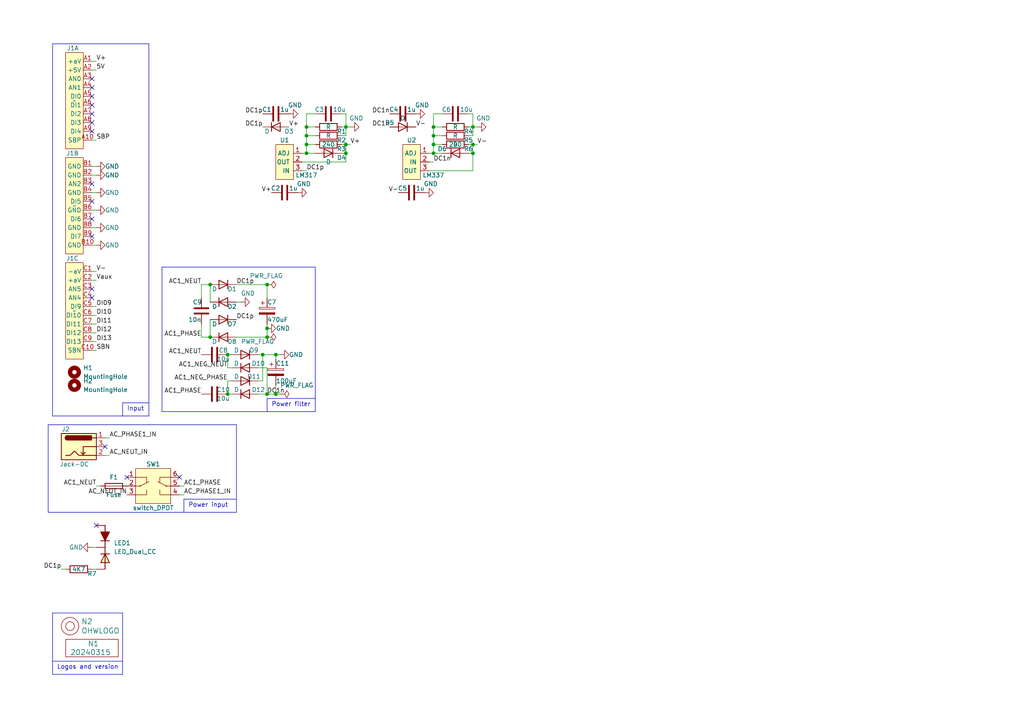
<source format=kicad_sch>
(kicad_sch (version 20230121) (generator eeschema)
  (paper "A4")
  (lib_symbols
    (symbol "Connector:Barrel_Jack_Switch" (pin_names hide)
      (property "Reference" "J" (at 0 5.334 0))
      (property "Value" "Barrel_Jack_Switch" (at 0 -5.08 0))
      (symbol "Barrel_Jack_Switch_0_1"
        (rectangle (start -5.08 3.81) (end 5.08 -3.81) (stroke (width 0.254)) (fill (type background)))
        (arc (start -3.302 3.175) (mid -3.9343 2.54) (end -3.302 1.905) (stroke (width 0.254)))
        (arc (start -3.302 3.175) (mid -3.9343 2.54) (end -3.302 1.905) (stroke (width 0.254)) (fill (type outline)))
        (polyline (pts (xy 1.27 -2.286) (xy 1.905 -1.651)) (stroke (width 0.254)))
        (polyline (pts (xy 5.08 2.54) (xy 3.81 2.54)) (stroke (width 0.254)))
        (polyline (pts (xy 5.08 0) (xy 1.27 0) (xy 1.27 -2.286) (xy 0.635 -1.651)) (stroke (width 0.254)))
        (polyline (pts (xy -3.81 -2.54) (xy -2.54 -2.54) (xy -1.27 -1.27) (xy 0 -2.54) (xy 2.54 -2.54) (xy 5.08 -2.54)) (stroke (width 0.254)))
        (rectangle (start 3.683 3.175) (end -3.302 1.905) (stroke (width 0.254)) (fill (type outline)))
      )
      (symbol "Barrel_Jack_Switch_1_1"
        (pin passive line (at 7.62 2.54 180) (length 2.54) (name "~") (number "1"))
        (pin passive line (at 7.62 -2.54 180) (length 2.54) (name "~") (number "2"))
        (pin passive line (at 7.62 0 180) (length 2.54) (name "~") (number "3"))
      )
    )
    (symbol "Device:C" (pin_numbers hide) (pin_names (offset 0.254))
      (property "Reference" "C" (at 0.635 2.54 0))
      (property "Value" "C" (at 0.635 -2.54 0))
      (symbol "C_0_1"
        (polyline (pts (xy -2.032 -0.762) (xy 2.032 -0.762)) (stroke (width 0.508)))
        (polyline (pts (xy -2.032 0.762) (xy 2.032 0.762)) (stroke (width 0.508)))
      )
      (symbol "C_1_1"
        (pin passive line (at 0 3.81 270) (length 2.794) (name "~") (number "1"))
        (pin passive line (at 0 -3.81 90) (length 2.794) (name "~") (number "2"))
      )
    )
    (symbol "Device:C_Polarized" (pin_numbers hide) (pin_names (offset 0.254))
      (property "Reference" "C" (at 0.635 2.54 0))
      (property "Value" "C_Polarized" (at 0.635 -2.54 0))
      (symbol "C_Polarized_0_1"
        (rectangle (start -2.286 0.508) (end 2.286 1.016))
        (polyline (pts (xy -1.778 2.286) (xy -0.762 2.286)))
        (polyline (pts (xy -1.27 2.794) (xy -1.27 1.778)))
        (rectangle (start 2.286 -0.508) (end -2.286 -1.016) (fill (type outline)))
      )
      (symbol "C_Polarized_1_1"
        (pin passive line (at 0 3.81 270) (length 2.794) (name "~") (number "1"))
        (pin passive line (at 0 -3.81 90) (length 2.794) (name "~") (number "2"))
      )
    )
    (symbol "Device:D" (pin_numbers hide) (pin_names (offset 1.016) hide)
      (property "Reference" "D" (at 0 2.54 0))
      (property "Value" "D" (at 0 -2.54 0))
      (symbol "D_0_1"
        (polyline (pts (xy -1.27 1.27) (xy -1.27 -1.27)) (stroke (width 0.254)))
        (polyline (pts (xy 1.27 0) (xy -1.27 0)))
        (polyline (pts (xy 1.27 1.27) (xy 1.27 -1.27) (xy -1.27 0) (xy 1.27 1.27)) (stroke (width 0.254)))
      )
      (symbol "D_1_1"
        (pin passive line (at -3.81 0 0) (length 2.54) (name "K") (number "1"))
        (pin passive line (at 3.81 0 180) (length 2.54) (name "A") (number "2"))
      )
    )
    (symbol "Device:Fuse" (pin_numbers hide) (pin_names (offset 0))
      (property "Reference" "F" (at 2.032 0 90))
      (property "Value" "Fuse" (at -1.905 0 90))
      (symbol "Fuse_0_1"
        (rectangle (start -0.762 -2.54) (end 0.762 2.54) (stroke (width 0.254)))
        (polyline (pts (xy 0 2.54) (xy 0 -2.54)))
      )
      (symbol "Fuse_1_1"
        (pin passive line (at 0 3.81 270) (length 1.27) (name "~") (number "1"))
        (pin passive line (at 0 -3.81 90) (length 1.27) (name "~") (number "2"))
      )
    )
    (symbol "Device:R" (pin_numbers hide) (pin_names (offset 0))
      (property "Reference" "R" (at 2.032 0 90))
      (property "Value" "R" (at 0 0 90))
      (symbol "R_0_1"
        (rectangle (start -1.016 -2.54) (end 1.016 2.54) (stroke (width 0.254)))
      )
      (symbol "R_1_1"
        (pin passive line (at 0 3.81 270) (length 1.27) (name "~") (number "1"))
        (pin passive line (at 0 -3.81 90) (length 1.27) (name "~") (number "2"))
      )
    )
    (symbol "Mechanical:MountingHole" (pin_names (offset 1.016))
      (property "Reference" "H" (at 0 5.08 0))
      (property "Value" "MountingHole" (at 0 3.175 0))
      (symbol "MountingHole_0_1"
        (circle (center 0 0) (radius 1.27) (stroke (width 1.27)))
      )
    )
    (symbol "SquMes_30pin_1"
      (property "Reference" "J1" (at -1.27 15.24 0))
      (property "Value" "~" (at 0 0 0))
      (symbol "SquMes_30pin_1_1_1"
        (rectangle (start -2.54 13.97) (end 2.54 -13.97) (fill (type background)))
        (pin passive line (at -5.08 11.43 0) (length 2.54) (name "+aV") (number "A1"))
        (pin passive line (at -5.08 -11.43 0) (length 2.54) (name "SBP") (number "A10"))
        (pin passive line (at -5.08 8.89 0) (length 2.54) (name "+5V") (number "A2"))
        (pin passive line (at -5.08 6.35 0) (length 2.54) (name "AN0") (number "A3"))
        (pin passive line (at -5.08 3.81 0) (length 2.54) (name "AN1") (number "A4"))
        (pin passive line (at -5.08 1.27 0) (length 2.54) (name "DI0") (number "A5"))
        (pin passive line (at -5.08 -1.27 0) (length 2.54) (name "DI1") (number "A6"))
        (pin passive line (at -5.08 -3.81 0) (length 2.54) (name "DI2") (number "A7"))
        (pin passive line (at -5.08 -6.35 0) (length 2.54) (name "DI3") (number "A8"))
        (pin passive line (at -5.08 -8.89 0) (length 2.54) (name "DI4") (number "A9"))
      )
      (symbol "SquMes_30pin_1_2_1"
        (rectangle (start -2.54 13.97) (end 2.54 -13.97) (fill (type background)))
        (pin passive line (at -5.08 11.43 0) (length 2.54) (name "GND") (number "B1"))
        (pin passive line (at -5.08 -11.43 0) (length 2.54) (name "GND") (number "B10"))
        (pin passive line (at -5.08 8.89 0) (length 2.54) (name "GND") (number "B2"))
        (pin passive line (at -5.08 6.35 0) (length 2.54) (name "AN2") (number "B3"))
        (pin passive line (at -5.08 3.81 0) (length 2.54) (name "GND") (number "B4"))
        (pin passive line (at -5.08 1.27 0) (length 2.54) (name "DI5") (number "B5"))
        (pin passive line (at -5.08 -1.27 0) (length 2.54) (name "GND") (number "B6"))
        (pin passive line (at -5.08 -3.81 0) (length 2.54) (name "DI6") (number "B7"))
        (pin passive line (at -5.08 -6.35 0) (length 2.54) (name "GND") (number "B8"))
        (pin passive line (at -5.08 -8.89 0) (length 2.54) (name "DI7") (number "B9"))
      )
      (symbol "SquMes_30pin_1_3_1"
        (rectangle (start -2.54 13.97) (end 2.54 -13.97) (fill (type background)))
        (pin passive line (at -5.08 6.35 0) (length 2.54) (name "AN5") (number "+xV"))
        (pin passive line (at -5.08 11.43 0) (length 2.54) (name "-aV") (number "C1"))
        (pin passive line (at -5.08 -11.43 0) (length 2.54) (name "SBN") (number "C10"))
        (pin passive line (at -5.08 8.89 0) (length 2.54) (name "+xV") (number "C2"))
        (pin passive line (at -5.08 3.81 0) (length 2.54) (name "AN4") (number "C4"))
        (pin passive line (at -5.08 1.27 0) (length 2.54) (name "DI9") (number "C5"))
        (pin passive line (at -5.08 -1.27 0) (length 2.54) (name "DI10") (number "C6"))
        (pin passive line (at -5.08 -3.81 0) (length 2.54) (name "DI11") (number "C7"))
        (pin passive line (at -5.08 -6.35 0) (length 2.54) (name "DI12") (number "C8"))
        (pin passive line (at -5.08 -8.89 0) (length 2.54) (name "DI13") (number "C9"))
      )
    )
    (symbol "SquMes_30pin_2"
      (property "Reference" "J" (at 0 15.24 0))
      (symbol "SquMes_30pin_2_1_1"
        (rectangle (start -2.54 13.97) (end 2.54 -13.97) (fill (type background)))
        (pin passive line (at -5.08 11.43 0) (length 2.54) (name "+aV") (number "A1"))
        (pin passive line (at -5.08 -11.43 0) (length 2.54) (name "SBP") (number "A10"))
        (pin passive line (at -5.08 8.89 0) (length 2.54) (name "+5V") (number "A2"))
        (pin passive line (at -5.08 6.35 0) (length 2.54) (name "AN0") (number "A3"))
        (pin passive line (at -5.08 3.81 0) (length 2.54) (name "AN1") (number "A4"))
        (pin passive line (at -5.08 1.27 0) (length 2.54) (name "DI0") (number "A5"))
        (pin passive line (at -5.08 -1.27 0) (length 2.54) (name "DI1") (number "A6"))
        (pin passive line (at -5.08 -3.81 0) (length 2.54) (name "DI2") (number "A7"))
        (pin passive line (at -5.08 -6.35 0) (length 2.54) (name "DI3") (number "A8"))
        (pin passive line (at -5.08 -8.89 0) (length 2.54) (name "DI4") (number "A9"))
      )
      (symbol "SquMes_30pin_2_2_1"
        (rectangle (start -2.54 13.97) (end 2.54 -13.97) (fill (type background)))
        (pin passive line (at -5.08 11.43 0) (length 2.54) (name "GND") (number "B1"))
        (pin passive line (at -5.08 -11.43 0) (length 2.54) (name "GND") (number "B10"))
        (pin passive line (at -5.08 8.89 0) (length 2.54) (name "GND") (number "B2"))
        (pin passive line (at -5.08 6.35 0) (length 2.54) (name "AN2") (number "B3"))
        (pin passive line (at -5.08 3.81 0) (length 2.54) (name "GND") (number "B4"))
        (pin passive line (at -5.08 1.27 0) (length 2.54) (name "DI5") (number "B5"))
        (pin passive line (at -5.08 -1.27 0) (length 2.54) (name "GND") (number "B6"))
        (pin passive line (at -5.08 -3.81 0) (length 2.54) (name "DI6") (number "B7"))
        (pin passive line (at -5.08 -6.35 0) (length 2.54) (name "GND") (number "B8"))
        (pin passive line (at -5.08 -8.89 0) (length 2.54) (name "DI7") (number "B9"))
      )
      (symbol "SquMes_30pin_2_3_1"
        (rectangle (start -2.54 13.97) (end 2.54 -13.97) (fill (type background)))
        (pin passive line (at -5.08 11.43 0) (length 2.54) (name "-aV") (number "C1"))
        (pin passive line (at -5.08 -11.43 0) (length 2.54) (name "SBN") (number "C10"))
        (pin passive line (at -5.08 8.89 0) (length 2.54) (name "+aV") (number "C2"))
        (pin passive line (at -5.08 6.35 0) (length 2.54) (name "AN5") (number "C3"))
        (pin passive line (at -5.08 3.81 0) (length 2.54) (name "AN4") (number "C4"))
        (pin passive line (at -5.08 1.27 0) (length 2.54) (name "DI9") (number "C5"))
        (pin passive line (at -5.08 -1.27 0) (length 2.54) (name "DI10") (number "C6"))
        (pin passive line (at -5.08 -3.81 0) (length 2.54) (name "DI11") (number "C7"))
        (pin passive line (at -5.08 -6.35 0) (length 2.54) (name "DI12") (number "C8"))
        (pin passive line (at -5.08 -8.89 0) (length 2.54) (name "DI13") (number "C9"))
      )
    )
    (symbol "SquantorConnectorsNamed:SquMes_30pin"
      (property "Reference" "J" (at 0 15.24 0))
      (symbol "SquMes_30pin_1_1"
        (rectangle (start -2.54 13.97) (end 2.54 -13.97) (fill (type background)))
        (pin passive line (at -5.08 11.43 0) (length 2.54) (name "+aV") (number "A1"))
        (pin passive line (at -5.08 -11.43 0) (length 2.54) (name "SBP") (number "A10"))
        (pin passive line (at -5.08 8.89 0) (length 2.54) (name "+5V") (number "A2"))
        (pin passive line (at -5.08 6.35 0) (length 2.54) (name "AN0") (number "A3"))
        (pin passive line (at -5.08 3.81 0) (length 2.54) (name "AN1") (number "A4"))
        (pin passive line (at -5.08 1.27 0) (length 2.54) (name "DI0") (number "A5"))
        (pin passive line (at -5.08 -1.27 0) (length 2.54) (name "DI1") (number "A6"))
        (pin passive line (at -5.08 -3.81 0) (length 2.54) (name "DI2") (number "A7"))
        (pin passive line (at -5.08 -6.35 0) (length 2.54) (name "DI3") (number "A8"))
        (pin passive line (at -5.08 -8.89 0) (length 2.54) (name "DI4") (number "A9"))
      )
      (symbol "SquMes_30pin_2_1"
        (rectangle (start -2.54 13.97) (end 2.54 -13.97) (fill (type background)))
        (pin passive line (at -5.08 11.43 0) (length 2.54) (name "GND") (number "B1"))
        (pin passive line (at -5.08 -11.43 0) (length 2.54) (name "GND") (number "B10"))
        (pin passive line (at -5.08 8.89 0) (length 2.54) (name "GND") (number "B2"))
        (pin passive line (at -5.08 6.35 0) (length 2.54) (name "AN2") (number "B3"))
        (pin passive line (at -5.08 3.81 0) (length 2.54) (name "GND") (number "B4"))
        (pin passive line (at -5.08 1.27 0) (length 2.54) (name "DI5") (number "B5"))
        (pin passive line (at -5.08 -1.27 0) (length 2.54) (name "GND") (number "B6"))
        (pin passive line (at -5.08 -3.81 0) (length 2.54) (name "DI6") (number "B7"))
        (pin passive line (at -5.08 -6.35 0) (length 2.54) (name "GND") (number "B8"))
        (pin passive line (at -5.08 -8.89 0) (length 2.54) (name "DI7") (number "B9"))
      )
      (symbol "SquMes_30pin_3_1"
        (rectangle (start -2.54 13.97) (end 2.54 -13.97) (fill (type background)))
        (pin passive line (at -5.08 11.43 0) (length 2.54) (name "-aV") (number "C1"))
        (pin passive line (at -5.08 -11.43 0) (length 2.54) (name "SBN") (number "C10"))
        (pin passive line (at -5.08 8.89 0) (length 2.54) (name "+xV") (number "C2"))
        (pin passive line (at -5.08 6.35 0) (length 2.54) (name "AN5") (number "C3"))
        (pin passive line (at -5.08 3.81 0) (length 2.54) (name "AN4") (number "C4"))
        (pin passive line (at -5.08 1.27 0) (length 2.54) (name "DI9") (number "C5"))
        (pin passive line (at -5.08 -1.27 0) (length 2.54) (name "DI10") (number "C6"))
        (pin passive line (at -5.08 -3.81 0) (length 2.54) (name "DI11") (number "C7"))
        (pin passive line (at -5.08 -6.35 0) (length 2.54) (name "DI12") (number "C8"))
        (pin passive line (at -5.08 -8.89 0) (length 2.54) (name "DI13") (number "C9"))
      )
    )
    (symbol "SquantorDevice:LED_Dual_CC" (pin_numbers hide) (pin_names hide)
      (property "Reference" "LED" (at 0 8.89 0))
      (property "Value" "LED_Dual_CC" (at 0 -8.89 0))
      (symbol "LED_Dual_CC_0_1"
        (polyline (pts (xy -1.27 -1.905) (xy 1.27 -1.905)) (stroke (width 0.254)))
        (polyline (pts (xy -1.27 1.905) (xy 1.27 1.905)) (stroke (width 0.254)))
        (polyline (pts (xy 0 6.35) (xy 0 -6.35)) (stroke (width 0.254)))
        (polyline (pts (xy 0 -1.905) (xy -1.27 -4.445) (xy 1.27 -4.445) (xy 0 -1.905)) (stroke (width 0.254)) (fill (type background)))
        (polyline (pts (xy 0 1.905) (xy 1.27 4.445) (xy -1.27 4.445) (xy 0 1.905)) (stroke (width 0.254)) (fill (type outline)))
      )
      (symbol "LED_Dual_CC_1_1"
        (pin passive line (at -2.54 6.35 0) (length 2.54) (name "A1") (number "1"))
        (pin passive line (at -2.54 0 0) (length 2.54) (name "C") (number "2"))
        (pin passive line (at -2.54 -6.35 0) (length 2.54) (name "A2") (number "3"))
      )
    )
    (symbol "SquantorGenericAnalog:LM317" (pin_names (offset 1.016))
      (property "Reference" "U" (at 0 6.35 0))
      (property "Value" "LM317" (at 0 -6.35 0))
      (symbol "LM317_0_1"
        (polyline (pts (xy -2.54 5.08) (xy -2.54 -5.08) (xy 2.54 -5.08) (xy 2.54 5.08) (xy -2.54 5.08)) (fill (type background)))
      )
      (symbol "LM317_1_1"
        (pin input line (at -5.08 2.54 0) (length 2.54) (name "ADJ") (number "1"))
        (pin power_out line (at -5.08 0 0) (length 2.54) (name "OUT") (number "2"))
        (pin power_in line (at -5.08 -2.54 0) (length 2.54) (name "IN") (number "3"))
      )
    )
    (symbol "SquantorGenericAnalog:LM337" (pin_names (offset 1.016))
      (property "Reference" "U" (at 0 6.35 0))
      (property "Value" "LM337" (at 0 -6.35 0))
      (symbol "LM337_0_1"
        (polyline (pts (xy -2.54 5.08) (xy -2.54 -5.08) (xy 2.54 -5.08) (xy 2.54 5.08) (xy -2.54 5.08)) (fill (type background)))
      )
      (symbol "LM337_1_1"
        (pin input line (at -5.08 2.54 0) (length 2.54) (name "ADJ") (number "1"))
        (pin power_in line (at -5.08 0 0) (length 2.54) (name "IN") (number "2"))
        (pin power_out line (at -5.08 -2.54 0) (length 2.54) (name "OUT") (number "3"))
      )
    )
    (symbol "SquantorLabels:OHWLOGO" (pin_names (offset 1.016))
      (property "Reference" "N" (at 0 3.81 0))
      (property "Value" "OHWLOGO" (at 0 -3.81 0))
      (symbol "OHWLOGO_0_1"
        (circle (center 0 0) (radius 1.27))
        (circle (center 0 0) (radius 2.54))
      )
    )
    (symbol "SquantorLabels:VYYYYMMDD" (pin_names (offset 1.016))
      (property "Reference" "N" (at 0 2.54 0))
      (property "Value" "VYYYYMMDD" (at 0 0 0))
      (symbol "VYYYYMMDD_0_1"
        (rectangle (start 7.62 -1.27) (end -7.62 3.81))
      )
    )
    (symbol "SquantorSwitches:switch_DPDT" (pin_names hide)
      (property "Reference" "SW" (at 0 12.7 0))
      (property "Value" "switch_DPDT" (at 0 -10.795 0))
      (symbol "switch_DPDT_0_1"
        (rectangle (start -5.08 5.08) (end 5.08 -5.08) (fill (type background)))
        (circle (center -3.81 0) (radius 0.127))
        (polyline (pts (xy 4.445 5.08) (xy 4.445 5.08)))
        (polyline (pts (xy -5.08 -2.54) (xy -1.905 -2.54) (xy -1.905 -1.143)))
        (polyline (pts (xy -5.08 0) (xy -3.81 0) (xy -1.27 1.27)))
        (polyline (pts (xy -5.08 2.54) (xy -1.905 2.54) (xy -1.905 1.016)))
        (polyline (pts (xy 5.08 -2.54) (xy 1.905 -2.54) (xy 1.905 -1.143)))
        (polyline (pts (xy 5.08 0) (xy 3.81 0) (xy 1.27 1.27)))
        (polyline (pts (xy 5.08 2.54) (xy 1.905 2.54) (xy 1.905 1.016)))
        (circle (center 3.81 0) (radius 0.127))
        (rectangle (start 5.08 5.08) (end 5.08 5.08) (fill (type background)))
      )
      (symbol "switch_DPDT_1_1"
        (pin passive line (at -7.62 2.54 0) (length 2.54) (name "SW1_P1") (number "1"))
        (pin passive line (at -7.62 0 0) (length 2.54) (name "SW1_C1") (number "2"))
        (pin passive line (at -7.62 -2.54 0) (length 2.54) (name "SW1_P2") (number "3"))
        (pin passive line (at 7.62 -2.54 180) (length 2.54) (name "SW2_P2") (number "4"))
        (pin passive line (at 7.62 0 180) (length 2.54) (name "SW2_C1") (number "5"))
        (pin passive line (at 7.62 2.54 180) (length 2.54) (name "SW2_P2") (number "6"))
      )
    )
    (symbol "power:GND" (power) (pin_names (offset 0))
      (property "Value" "GND" (at 0 -3.81 0))
      (symbol "GND_0_1"
        (polyline (pts (xy 0 0) (xy 0 -1.27) (xy 1.27 -1.27) (xy 0 -2.54) (xy -1.27 -1.27) (xy 0 -1.27)))
      )
      (symbol "GND_1_1"
        (pin power_in line (at 0 0 270) (length 0) hide (name "GND") (number "1"))
      )
    )
    (symbol "power:PWR_FLAG" (power) (pin_numbers hide) (pin_names (offset 0) hide)
      (property "Value" "PWR_FLAG" (at 0 3.81 0))
      (symbol "PWR_FLAG_0_0"
        (pin power_out line (at 0 0 90) (length 0) (name "pwr") (number "1"))
      )
      (symbol "PWR_FLAG_0_1"
        (polyline (pts (xy 0 0) (xy 0 1.27) (xy -1.016 1.905) (xy 0 2.54) (xy 1.016 1.905) (xy 0 1.27)))
      )
    )
  )
  (junction (at 137.16 44.45))
  (junction (at 80.01 114.3))
  (junction (at 77.47 114.3))
  (junction (at 125.73 39.37))
  (junction (at 88.9 44.45))
  (junction (at 125.73 44.45))
  (junction (at 60.96 97.79))
  (junction (at 100.33 36.83))
  (junction (at 60.96 82.55))
  (junction (at 125.73 41.91))
  (junction (at 88.9 39.37))
  (junction (at 80.01 102.87))
  (junction (at 77.47 95.25))
  (junction (at 77.47 82.55))
  (junction (at 100.33 41.91))
  (junction (at 125.73 36.83))
  (junction (at 76.2 102.87))
  (junction (at 77.47 97.79))
  (junction (at 100.33 44.45))
  (junction (at 66.04 114.3))
  (junction (at 88.9 36.83))
  (junction (at 66.04 102.87))
  (junction (at 137.16 36.83))
  (junction (at 88.9 41.91))
  (junction (at 137.16 41.91))
  (no_connect (at 26.67 25.4))
  (no_connect (at 26.67 83.82))
  (no_connect (at 27.94 152.4))
  (no_connect (at 26.67 58.42))
  (no_connect (at 26.67 27.94))
  (no_connect (at 52.07 138.43))
  (no_connect (at 26.67 63.5))
  (no_connect (at 26.67 33.02))
  (no_connect (at 26.67 22.86))
  (no_connect (at 30.48 129.54))
  (no_connect (at 26.67 38.1))
  (no_connect (at 26.67 86.36))
  (no_connect (at 26.67 35.56))
  (no_connect (at 26.67 68.58))
  (no_connect (at 26.67 53.34))
  (no_connect (at 26.67 30.48))
  (no_connect (at 36.83 138.43))
  (wire (pts (xy 68.58 82.55) (xy 77.47 82.55)))
  (wire (pts (xy 58.42 93.98) (xy 58.42 97.79)))
  (wire (pts (xy 100.33 33.02) (xy 99.06 33.02)))
  (wire (pts (xy 80.01 114.3) (xy 77.47 114.3)))
  (wire (pts (xy 100.33 36.83) (xy 101.6 36.83)))
  (wire (pts (xy 87.63 46.99) (xy 100.33 46.99)))
  (wire (pts (xy 66.04 106.68) (xy 66.04 102.87)))
  (wire (pts (xy 99.06 39.37) (xy 100.33 39.37)))
  (wire (pts (xy 88.9 39.37) (xy 88.9 41.91)))
  (wire (pts (xy 26.67 81.28) (xy 27.94 81.28)))
  (wire (pts (xy 52.07 140.97) (xy 53.34 140.97)))
  (wire (pts (xy 125.73 41.91) (xy 128.27 41.91)))
  (wire (pts (xy 88.9 39.37) (xy 91.44 39.37)))
  (wire (pts (xy 125.73 44.45) (xy 125.73 41.91)))
  (wire (pts (xy 26.67 66.04) (xy 27.94 66.04)))
  (wire (pts (xy 74.93 106.68) (xy 77.47 106.68)))
  (wire (pts (xy 137.16 44.45) (xy 137.16 41.91)))
  (polyline (pts (xy 15.24 177.8) (xy 15.24 195.58)))
  (wire (pts (xy 68.58 97.79) (xy 77.47 97.79)))
  (wire (pts (xy 135.89 41.91) (xy 137.16 41.91)))
  (wire (pts (xy 77.47 106.68) (xy 77.47 114.3)))
  (polyline (pts (xy 35.56 177.8) (xy 15.24 177.8)))
  (wire (pts (xy 26.67 101.6) (xy 27.94 101.6)))
  (wire (pts (xy 77.47 86.36) (xy 77.47 82.55)))
  (wire (pts (xy 26.67 48.26) (xy 27.94 48.26)))
  (wire (pts (xy 125.73 33.02) (xy 125.73 36.83)))
  (polyline (pts (xy 77.47 115.57) (xy 77.47 119.38)))
  (wire (pts (xy 26.67 20.32) (xy 27.94 20.32)))
  (wire (pts (xy 30.48 127) (xy 31.75 127)))
  (wire (pts (xy 100.33 44.45) (xy 100.33 46.99)))
  (wire (pts (xy 17.78 165.1) (xy 19.05 165.1)))
  (wire (pts (xy 80.01 102.87) (xy 81.28 102.87)))
  (wire (pts (xy 135.89 39.37) (xy 137.16 39.37)))
  (wire (pts (xy 80.01 102.87) (xy 80.01 104.14)))
  (polyline (pts (xy 15.24 12.7) (xy 43.18 12.7)))
  (wire (pts (xy 52.07 143.51) (xy 53.34 143.51)))
  (wire (pts (xy 124.46 49.53) (xy 137.16 49.53)))
  (wire (pts (xy 29.21 140.97) (xy 27.94 140.97)))
  (wire (pts (xy 76.2 102.87) (xy 76.2 110.49)))
  (wire (pts (xy 87.63 49.53) (xy 88.9 49.53)))
  (polyline (pts (xy 68.58 144.78) (xy 53.34 144.78)))
  (polyline (pts (xy 68.58 123.19) (xy 13.97 123.19)))
  (polyline (pts (xy 43.18 120.65) (xy 15.24 120.65)))
  (wire (pts (xy 60.96 92.71) (xy 60.96 97.79)))
  (wire (pts (xy 125.73 36.83) (xy 125.73 39.37)))
  (wire (pts (xy 100.33 36.83) (xy 100.33 33.02)))
  (wire (pts (xy 88.9 44.45) (xy 88.9 41.91)))
  (polyline (pts (xy 43.18 116.84) (xy 35.56 116.84)))
  (wire (pts (xy 68.58 87.63) (xy 69.85 87.63)))
  (wire (pts (xy 137.16 33.02) (xy 135.89 33.02)))
  (polyline (pts (xy 46.99 119.38) (xy 91.44 119.38)))
  (wire (pts (xy 58.42 82.55) (xy 60.96 82.55)))
  (wire (pts (xy 74.93 110.49) (xy 76.2 110.49)))
  (wire (pts (xy 99.06 44.45) (xy 100.33 44.45)))
  (polyline (pts (xy 46.99 90.17) (xy 46.99 119.38)))
  (wire (pts (xy 137.16 41.91) (xy 138.43 41.91)))
  (wire (pts (xy 26.67 55.88) (xy 27.94 55.88)))
  (polyline (pts (xy 91.44 115.57) (xy 77.47 115.57)))
  (polyline (pts (xy 91.44 77.47) (xy 46.99 77.47)))
  (wire (pts (xy 30.48 132.08) (xy 31.75 132.08)))
  (polyline (pts (xy 13.97 123.19) (xy 13.97 148.59)))
  (wire (pts (xy 26.67 99.06) (xy 27.94 99.06)))
  (wire (pts (xy 74.93 102.87) (xy 76.2 102.87)))
  (wire (pts (xy 58.42 97.79) (xy 60.96 97.79)))
  (wire (pts (xy 124.46 44.45) (xy 125.73 44.45)))
  (wire (pts (xy 88.9 33.02) (xy 88.9 36.83)))
  (wire (pts (xy 100.33 44.45) (xy 100.33 41.91)))
  (wire (pts (xy 135.89 44.45) (xy 137.16 44.45)))
  (wire (pts (xy 99.06 41.91) (xy 100.33 41.91)))
  (wire (pts (xy 26.67 165.1) (xy 27.94 165.1)))
  (wire (pts (xy 26.67 96.52) (xy 27.94 96.52)))
  (wire (pts (xy 26.67 17.78) (xy 27.94 17.78)))
  (wire (pts (xy 26.67 78.74) (xy 27.94 78.74)))
  (wire (pts (xy 74.93 114.3) (xy 77.47 114.3)))
  (wire (pts (xy 66.04 110.49) (xy 66.04 114.3)))
  (wire (pts (xy 77.47 95.25) (xy 77.47 97.79)))
  (wire (pts (xy 26.67 60.96) (xy 27.94 60.96)))
  (wire (pts (xy 124.46 46.99) (xy 125.73 46.99)))
  (wire (pts (xy 26.67 158.75) (xy 27.94 158.75)))
  (wire (pts (xy 125.73 39.37) (xy 128.27 39.37)))
  (wire (pts (xy 100.33 41.91) (xy 101.6 41.91)))
  (wire (pts (xy 87.63 44.45) (xy 88.9 44.45)))
  (wire (pts (xy 91.44 44.45) (xy 88.9 44.45)))
  (wire (pts (xy 137.16 36.83) (xy 138.43 36.83)))
  (wire (pts (xy 128.27 33.02) (xy 125.73 33.02)))
  (wire (pts (xy 77.47 93.98) (xy 77.47 95.25)))
  (wire (pts (xy 137.16 39.37) (xy 137.16 36.83)))
  (polyline (pts (xy 46.99 77.47) (xy 46.99 90.17)))
  (wire (pts (xy 26.67 88.9) (xy 27.94 88.9)))
  (wire (pts (xy 137.16 44.45) (xy 137.16 49.53)))
  (wire (pts (xy 80.01 111.76) (xy 80.01 114.3)))
  (wire (pts (xy 60.96 82.55) (xy 60.96 87.63)))
  (polyline (pts (xy 35.56 195.58) (xy 35.56 177.8)))
  (polyline (pts (xy 15.24 195.58) (xy 35.56 195.58)))
  (polyline (pts (xy 68.58 148.59) (xy 68.58 123.19)))
  (wire (pts (xy 26.67 71.12) (xy 27.94 71.12)))
  (polyline (pts (xy 13.97 148.59) (xy 68.58 148.59)))
  (polyline (pts (xy 35.56 116.84) (xy 35.56 120.65)))
  (wire (pts (xy 26.67 40.64) (xy 27.94 40.64)))
  (polyline (pts (xy 15.24 12.7) (xy 15.24 120.65)))
  (wire (pts (xy 137.16 36.83) (xy 137.16 33.02)))
  (polyline (pts (xy 43.18 12.7) (xy 43.18 120.65)))
  (wire (pts (xy 67.31 110.49) (xy 66.04 110.49)))
  (wire (pts (xy 125.73 39.37) (xy 125.73 41.91)))
  (wire (pts (xy 88.9 41.91) (xy 91.44 41.91)))
  (wire (pts (xy 135.89 36.83) (xy 137.16 36.83)))
  (wire (pts (xy 128.27 36.83) (xy 125.73 36.83)))
  (wire (pts (xy 88.9 36.83) (xy 88.9 39.37)))
  (wire (pts (xy 100.33 39.37) (xy 100.33 36.83)))
  (polyline (pts (xy 53.34 144.78) (xy 53.34 148.59)))
  (wire (pts (xy 26.67 50.8) (xy 27.94 50.8)))
  (wire (pts (xy 26.67 91.44) (xy 27.94 91.44)))
  (wire (pts (xy 128.27 44.45) (xy 125.73 44.45)))
  (wire (pts (xy 66.04 114.3) (xy 67.31 114.3)))
  (wire (pts (xy 99.06 36.83) (xy 100.33 36.83)))
  (wire (pts (xy 66.04 102.87) (xy 67.31 102.87)))
  (wire (pts (xy 81.28 114.3) (xy 80.01 114.3)))
  (wire (pts (xy 91.44 36.83) (xy 88.9 36.83)))
  (wire (pts (xy 91.44 33.02) (xy 88.9 33.02)))
  (polyline (pts (xy 15.24 191.77) (xy 35.56 191.77)))
  (polyline (pts (xy 91.44 119.38) (xy 91.44 77.47)))
  (wire (pts (xy 67.31 106.68) (xy 66.04 106.68)))
  (wire (pts (xy 76.2 102.87) (xy 80.01 102.87)))
  (wire (pts (xy 58.42 82.55) (xy 58.42 86.36)))
  (wire (pts (xy 26.67 93.98) (xy 27.94 93.98)))
  (text "Input" (at 36.83 119.38 0) (effects (font (size 1.27 1.27)) (justify left bottom)))
  (text "Logos and version" (at 16.51 194.31 0) (effects (font (size 1.27 1.27)) (justify left bottom)))
  (text "Power filter" (at 78.74 118.11 0) (effects (font (size 1.27 1.27)) (justify left bottom)))
  (text "Power input" (at 54.61 147.32 0) (effects (font (size 1.27 1.27)) (justify left bottom)))
  (label "DI10" (at 27.94 91.44 0))
  (label "DC1p" (at 68.58 82.55 0))
  (label "SBP" (at 27.94 40.64 0))
  (label "DC1n" (at 77.47 114.3 0))
  (label "DC1p" (at 76.2 36.83 180))
  (label "V+" (at 101.6 41.91 0))
  (label "AC_NEUT_IN" (at 36.83 143.51 180))
  (label "AC1_NEG_NEUT" (at 66.04 106.68 180))
  (label "DC1n" (at 113.03 33.02 180))
  (label "DI11" (at 27.94 93.98 0))
  (label "SBN" (at 27.94 101.6 0))
  (label "AC1_NEG_PHASE" (at 66.04 110.49 180))
  (label "DC1n" (at 125.73 46.99 0))
  (label "DC1p" (at 88.9 49.53 0))
  (label "DI13" (at 27.94 99.06 0))
  (label "V-" (at 120.65 36.83 0))
  (label "AC_NEUT_IN" (at 31.75 132.08 0))
  (label "DI12" (at 27.94 96.52 0))
  (label "AC_PHASE1_IN" (at 31.75 127 0))
  (label "V-" (at 115.57 55.88 180))
  (label "V-" (at 138.43 41.91 0))
  (label "AC1_PHASE" (at 58.42 97.79 180))
  (label "DC1n" (at 113.03 36.83 180))
  (label "AC1_NEUT" (at 58.42 102.87 180))
  (label "AC1_NEUT" (at 58.42 82.55 180))
  (label "5V" (at 27.94 20.32 0))
  (label "V-" (at 27.94 78.74 0))
  (label "Vaux" (at 27.94 81.28 0))
  (label "DC1p" (at 76.2 33.02 180))
  (label "DI09" (at 27.94 88.9 0))
  (label "AC1_PHASE" (at 58.42 114.3 180))
  (label "AC1_NEUT" (at 27.94 140.97 180))
  (label "DC1p" (at 17.78 165.1 180))
  (label "V+" (at 78.74 55.88 180))
  (label "DC1p" (at 68.58 92.71 0))
  (label "AC1_PHASE" (at 53.34 140.97 0))
  (label "V+" (at 27.94 17.78 0))
  (label "V+" (at 83.82 36.83 0))
  (label "AC_PHASE1_IN" (at 53.34 143.51 0))
  (symbol (lib_id "SquantorLabels:VYYYYMMDD") (at 26.67 189.23 0) (unit 1)
    (property "Reference" "N1" (at 25.4 186.69 0) (effects (font (size 1.524 1.524)) (justify left)))
    (property "Value" "20240315" (at 20.32 189.23 0) (effects (font (size 1.524 1.524)) (justify left)))
    (property "Footprint" "SquantorLabels:Label_Generic" (effects hide))
  )
  (symbol (lib_id "SquantorLabels:OHWLOGO") (at 20.32 181.61 0) (unit 1)
    (property "Reference" "N2" (at 23.5712 180.2638 0) (effects (font (size 1.524 1.524)) (justify left)))
    (property "Value" "OHWLOGO" (at 23.5712 182.9562 0) (effects (font (size 1.524 1.524)) (justify left)))
    (property "Footprint" "Symbol:OSHW-Symbol_6.7x6mm_SilkScreen" (effects hide))
  )
  (symbol (lib_id "Device:D") (at 64.77 92.71 180) (unit 1)
    (property "Reference" "D7" (at 67.31 93.98 0))
    (property "Value" "D" (at 62.23 93.98 0))
    (property "Footprint" "SquantorDiodes:SOD-123F-hand" (effects hide))
    (property "Sim.Device" "D" (effects hide))
    (property "Sim.Pins" "1=K 2=A" (effects hide))
  )
  (symbol (lib_id "Device:R") (at 132.08 39.37 90) (unit 1)
    (property "Reference" "R5" (at 135.89 40.64 90))
    (property "Value" "R" (at 132.08 39.37 90))
    (property "Footprint" "SquantorResistor:R_0805+0603" (effects hide))
  )
  (symbol (lib_id "Device:D") (at 64.77 87.63 0) (unit 1)
    (property "Reference" "D2" (at 67.31 88.9 0))
    (property "Value" "D" (at 62.23 88.9 0))
    (property "Footprint" "SquantorDiodes:SOD-123F-hand" (effects hide))
    (property "Sim.Device" "D" (effects hide))
    (property "Sim.Pins" "1=K 2=A" (effects hide))
  )
  (symbol (lib_id "power:PWR_FLAG") (at 81.28 114.3 270) (unit 1)
    (property "Reference" "#FLG03" (effects hide))
    (property "Value" "PWR_FLAG" (at 81.28 111.76 90) (effects (justify left)))
  )
  (symbol (lib_id "Device:C") (at 80.01 33.02 90) (unit 1)
    (property "Reference" "C1" (at 78.74 31.75 90) (effects (justify left)))
    (property "Value" "1u" (at 83.82 31.75 90) (effects (justify left)))
    (property "Footprint" "SquantorCapacitor:C_0805+0603" (effects hide))
  )
  (symbol (lib_id "Device:R") (at 95.25 41.91 90) (unit 1)
    (property "Reference" "R3" (at 99.06 43.18 90))
    (property "Value" "240" (at 95.25 41.91 90))
    (property "Footprint" "SquantorResistor:R_0805+0603" (effects hide))
  )
  (symbol (lib_id "power:GND") (at 86.36 55.88 90) (unit 1)
    (property "Reference" "#PWR09" (effects hide))
    (property "Value" "GND" (at 90.17 53.34 90) (effects (justify left)))
  )
  (symbol (lib_id "Device:C") (at 119.38 55.88 90) (unit 1)
    (property "Reference" "C5" (at 118.11 54.61 90) (effects (justify left)))
    (property "Value" "1u" (at 123.19 54.61 90) (effects (justify left)))
    (property "Footprint" "SquantorCapacitor:C_0805+0603" (effects hide))
  )
  (symbol (lib_id "Device:C") (at 95.25 33.02 90) (unit 1)
    (property "Reference" "C3" (at 93.98 31.75 90) (effects (justify left)))
    (property "Value" "10u" (at 100.33 31.75 90) (effects (justify left)))
    (property "Footprint" "SquantorCapacitor:C_0805+0603" (effects hide))
  )
  (symbol (lib_id "Device:D") (at 64.77 82.55 180) (unit 1)
    (property "Reference" "D1" (at 67.31 83.82 0))
    (property "Value" "D" (at 62.23 83.82 0))
    (property "Footprint" "SquantorDiodes:SOD-123F-hand" (effects hide))
    (property "Sim.Device" "D" (effects hide))
    (property "Sim.Pins" "1=K 2=A" (effects hide))
  )
  (symbol (lib_id "SquantorConnectorsNamed:SquMes_30pin") (at 21.59 29.21 0) (mirror y) (unit 1)
    (property "Reference" "J1" (at 22.86 13.97 0) (effects (justify left)))
    (property "Value" "~" (at 21.59 29.21 0))
    (property "Footprint" "SquantorConnectors:DIN41612_C3_3x10_Male_Horizontal_THT" (effects hide))
  )
  (symbol (lib_id "power:GND") (at 69.85 87.63 90) (mirror x) (unit 1)
    (property "Reference" "#PWR07" (effects hide))
    (property "Value" "GND" (at 69.85 85.09 90) (effects (justify right)))
  )
  (symbol (lib_id "power:PWR_FLAG") (at 77.47 97.79 270) (unit 1)
    (property "Reference" "#FLG02" (effects hide))
    (property "Value" "PWR_FLAG" (at 69.85 99.06 90) (effects (justify left)))
  )
  (symbol (lib_id "power:GND") (at 101.6 36.83 90) (unit 1)
    (property "Reference" "#PWR010" (effects hide))
    (property "Value" "GND" (at 105.41 34.29 90) (effects (justify left)))
  )
  (symbol (lib_id "power:GND") (at 27.94 48.26 90) (unit 1)
    (property "Reference" "#PWR01" (effects hide))
    (property "Value" "GND" (at 30.48 48.26 90) (effects (justify right)))
  )
  (symbol (lib_id "power:GND") (at 83.82 33.02 90) (unit 1)
    (property "Reference" "#PWR08" (effects hide))
    (property "Value" "GND" (at 87.63 30.48 90) (effects (justify left)))
  )
  (symbol (lib_id "power:GND") (at 27.94 50.8 90) (unit 1)
    (property "Reference" "#PWR02" (effects hide))
    (property "Value" "GND" (at 30.48 50.8 90) (effects (justify right)))
  )
  (symbol (lib_id "Device:R") (at 132.08 36.83 90) (unit 1)
    (property "Reference" "R4" (at 135.89 38.1 90))
    (property "Value" "R" (at 132.08 36.83 90))
    (property "Footprint" "SquantorResistor:R_0805+0603" (effects hide))
  )
  (symbol (lib_id "Device:D") (at 71.12 114.3 0) (unit 1)
    (property "Reference" "D12" (at 74.93 113.03 0))
    (property "Value" "D" (at 68.58 113.03 0))
    (property "Footprint" "SquantorDiodes:SOD-323-nexperia-hand" (effects hide))
    (property "Sim.Device" "D" (effects hide))
    (property "Sim.Pins" "1=K 2=A" (effects hide))
  )
  (symbol (lib_id "Device:D") (at 132.08 44.45 0) (unit 1)
    (property "Reference" "D6" (at 128.27 43.18 0))
    (property "Value" "D" (at 132.08 41.91 0))
    (property "Footprint" "SquantorDiodes:SOD-323-nexperia-hand" (effects hide))
    (property "Sim.Device" "D" (effects hide))
    (property "Sim.Pins" "1=K 2=A" (effects hide))
  )
  (symbol (lib_id "SquantorDevice:LED_Dual_CC") (at 30.48 158.75 0) (unit 1)
    (property "Reference" "LED1" (at 33.02 157.48 0) (effects (justify left)))
    (property "Value" "LED_Dual_CC" (at 33.02 160.02 0) (effects (justify left)))
    (property "Footprint" "SquantorDiodes:LED_DUAL_TH245_90deg" (effects hide))
  )
  (symbol (lib_id "Device:D") (at 80.01 36.83 0) (unit 1)
    (property "Reference" "D3" (at 83.82 38.1 0))
    (property "Value" "D" (at 77.47 38.1 0))
    (property "Footprint" "SquantorDiodes:SOD-123F-hand" (effects hide))
    (property "Sim.Device" "D" (effects hide))
    (property "Sim.Pins" "1=K 2=A" (effects hide))
  )
  (symbol (lib_id "Device:R") (at 22.86 165.1 90) (unit 1)
    (property "Reference" "R7" (at 26.67 166.37 90))
    (property "Value" "4K7" (at 22.86 165.1 90))
    (property "Footprint" "SquantorResistor:R_0805+0603" (effects hide))
  )
  (symbol (lib_id "Device:R") (at 95.25 39.37 90) (unit 1)
    (property "Reference" "R2" (at 99.06 40.64 90))
    (property "Value" "R" (at 95.25 39.37 90))
    (property "Footprint" "SquantorResistor:R_0805+0603" (effects hide))
  )
  (symbol (lib_id "SquantorGenericAnalog:LM337") (at 119.38 46.99 0) (mirror y) (unit 1)
    (property "Reference" "U2" (at 119.38 40.64 0))
    (property "Value" "LM337" (at 125.73 50.8 0))
    (property "Footprint" "SquantorIC:TO-252_D-PAK_IRF" (effects hide))
  )
  (symbol (lib_id "Device:C_Polarized") (at 80.01 107.95 0) (unit 1)
    (property "Reference" "C11" (at 80.01 105.41 0) (effects (justify left)))
    (property "Value" "100uF" (at 80.01 110.49 0) (effects (justify left)))
    (property "Footprint" "SquantorCapacitor:C-035-100-elco" (effects hide))
  )
  (symbol (lib_id "power:GND") (at 27.94 71.12 90) (unit 1)
    (property "Reference" "#PWR06" (effects hide))
    (property "Value" "GND" (at 30.48 71.12 90) (effects (justify right)))
  )
  (symbol (lib_id "power:GND") (at 27.94 66.04 90) (unit 1)
    (property "Reference" "#PWR05" (effects hide))
    (property "Value" "GND" (at 30.48 66.04 90) (effects (justify right)))
  )
  (symbol (lib_id "Device:D") (at 71.12 102.87 180) (unit 1)
    (property "Reference" "D9" (at 73.66 101.6 0))
    (property "Value" "D" (at 68.58 101.6 0))
    (property "Footprint" "SquantorDiodes:SOD-323-nexperia-hand" (effects hide))
    (property "Sim.Device" "D" (effects hide))
    (property "Sim.Pins" "1=K 2=A" (effects hide))
  )
  (symbol (lib_id "power:PWR_FLAG") (at 77.47 82.55 270) (unit 1)
    (property "Reference" "#FLG01" (effects hide))
    (property "Value" "PWR_FLAG" (at 72.39 80.01 90) (effects (justify left)))
  )
  (symbol (lib_id "Device:C_Polarized") (at 77.47 90.17 0) (unit 1)
    (property "Reference" "C7" (at 77.47 87.63 0) (effects (justify left)))
    (property "Value" "470uF" (at 77.47 92.71 0) (effects (justify left)))
    (property "Footprint" "SquantorCapacitor:C-050-100-elco-lying" (effects hide))
  )
  (symbol (lib_id "power:GND") (at 81.28 102.87 90) (mirror x) (unit 1)
    (property "Reference" "#PWR015" (effects hide))
    (property "Value" "GND" (at 83.82 102.87 90) (effects (justify right)))
  )
  (symbol (lib_id "power:GND") (at 27.94 60.96 90) (unit 1)
    (property "Reference" "#PWR04" (effects hide))
    (property "Value" "GND" (at 30.48 60.96 90) (effects (justify right)))
  )
  (symbol (lib_id "SquantorSwitches:switch_DPDT") (at 44.45 140.97 0) (unit 1)
    (property "Reference" "SW1" (at 44.45 134.62 0))
    (property "Value" "switch_DPDT" (at 44.45 147.32 0))
    (property "Footprint" "SquantorSwitches:PS-22F02" (effects hide))
  )
  (symbol (lib_id "Device:R") (at 132.08 41.91 90) (unit 1)
    (property "Reference" "R6" (at 135.89 43.18 90))
    (property "Value" "240" (at 132.08 41.91 90))
    (property "Footprint" "SquantorResistor:R_0805+0603" (effects hide))
  )
  (symbol (lib_id "Device:D") (at 116.84 36.83 180) (unit 1)
    (property "Reference" "D5" (at 113.03 35.56 0))
    (property "Value" "D" (at 116.84 34.29 0))
    (property "Footprint" "SquantorDiodes:SOD-123F-hand" (effects hide))
    (property "Sim.Device" "D" (effects hide))
    (property "Sim.Pins" "1=K 2=A" (effects hide))
  )
  (symbol (lib_id "Device:C") (at 62.23 102.87 90) (unit 1)
    (property "Reference" "C8" (at 64.77 101.6 90))
    (property "Value" "10u" (at 64.77 104.14 90))
    (property "Footprint" "SquantorCapacitor:C_1206_0805" (effects hide))
  )
  (symbol (lib_id "Device:D") (at 71.12 110.49 180) (unit 1)
    (property "Reference" "D11" (at 73.66 109.22 0))
    (property "Value" "D" (at 68.58 109.22 0))
    (property "Footprint" "SquantorDiodes:SOD-323-nexperia-hand" (effects hide))
    (property "Sim.Device" "D" (effects hide))
    (property "Sim.Pins" "1=K 2=A" (effects hide))
  )
  (symbol (lib_id "Mechanical:MountingHole") (at 21.59 107.95 0) (unit 1)
    (property "Reference" "H1" (at 24.13 106.68 0) (effects (justify left)))
    (property "Value" "MountingHole" (at 24.13 109.22 0) (effects (justify left)))
    (property "Footprint" "MountingHole:MountingHole_2.7mm_M2.5_Pad" (effects hide))
  )
  (symbol (lib_id "Device:C") (at 116.84 33.02 90) (unit 1)
    (property "Reference" "C4" (at 115.57 31.75 90) (effects (justify left)))
    (property "Value" "1u" (at 120.65 31.75 90) (effects (justify left)))
    (property "Footprint" "SquantorCapacitor:C_0805+0603" (effects hide))
  )
  (symbol (lib_id "Device:C") (at 82.55 55.88 90) (unit 1)
    (property "Reference" "C2" (at 81.28 54.61 90) (effects (justify left)))
    (property "Value" "1u" (at 86.36 54.61 90) (effects (justify left)))
    (property "Footprint" "SquantorCapacitor:C_0805+0603" (effects hide))
  )
  (symbol (lib_id "SquantorGenericAnalog:LM317") (at 82.55 46.99 0) (mirror y) (unit 1)
    (property "Reference" "U1" (at 82.55 40.64 0))
    (property "Value" "LM317" (at 88.9 50.8 0))
    (property "Footprint" "SquantorIC:TO-252_D-PAK_IRF" (effects hide))
  )
  (symbol (lib_id "power:GND") (at 138.43 36.83 90) (unit 1)
    (property "Reference" "#PWR013" (effects hide))
    (property "Value" "GND" (at 142.24 34.29 90) (effects (justify left)))
  )
  (symbol (lib_id "Device:D") (at 71.12 106.68 0) (unit 1)
    (property "Reference" "D10" (at 74.93 105.41 0))
    (property "Value" "D" (at 68.58 105.41 0))
    (property "Footprint" "SquantorDiodes:SOD-323-nexperia-hand" (effects hide))
    (property "Sim.Device" "D" (effects hide))
    (property "Sim.Pins" "1=K 2=A" (effects hide))
  )
  (symbol (lib_id "Mechanical:MountingHole") (at 21.59 111.76 0) (unit 1)
    (property "Reference" "H2" (at 24.13 110.49 0) (effects (justify left)))
    (property "Value" "MountingHole" (at 24.13 113.03 0) (effects (justify left)))
    (property "Footprint" "MountingHole:MountingHole_2.7mm_M2.5_Pad" (effects hide))
  )
  (symbol (lib_id "Device:C") (at 62.23 114.3 90) (unit 1)
    (property "Reference" "C10" (at 64.77 113.03 90))
    (property "Value" "10u" (at 64.77 115.57 90))
    (property "Footprint" "SquantorCapacitor:C_1206_0805" (effects hide))
  )
  (symbol (lib_id "power:GND") (at 26.67 158.75 270) (mirror x) (unit 1)
    (property "Reference" "#PWR016" (effects hide))
    (property "Value" "GND" (at 24.13 158.75 90) (effects (justify right)))
  )
  (symbol (lib_id "power:GND") (at 27.94 55.88 90) (unit 1)
    (property "Reference" "#PWR03" (effects hide))
    (property "Value" "GND" (at 30.48 55.88 90) (effects (justify right)))
  )
  (symbol (lib_id "Device:R") (at 95.25 36.83 90) (unit 1)
    (property "Reference" "R1" (at 99.06 38.1 90))
    (property "Value" "R" (at 95.25 36.83 90))
    (property "Footprint" "SquantorResistor:R_0805+0603" (effects hide))
  )
  (symbol (lib_id "Device:C") (at 58.42 90.17 0) (unit 1)
    (property "Reference" "C9" (at 55.88 87.63 0) (effects (justify left)))
    (property "Value" "10n" (at 54.61 92.71 0) (effects (justify left)))
    (property "Footprint" "SquantorCapacitor:C_0805+0603" (effects hide))
  )
  (symbol (lib_id "power:GND") (at 120.65 33.02 90) (unit 1)
    (property "Reference" "#PWR011" (effects hide))
    (property "Value" "GND" (at 124.46 30.48 90) (effects (justify left)))
  )
  (symbol (lib_id "Device:D") (at 95.25 44.45 180) (unit 1)
    (property "Reference" "D4" (at 99.06 45.72 0))
    (property "Value" "D" (at 95.25 46.99 0))
    (property "Footprint" "SquantorDiodes:SOD-323-nexperia-hand" (effects hide))
    (property "Sim.Device" "D" (effects hide))
    (property "Sim.Pins" "1=K 2=A" (effects hide))
  )
  (symbol (lib_name "SquMes_30pin_1") (lib_id "SquantorConnectorsNamed:SquMes_30pin") (at 21.59 59.69 0) (mirror y) (unit 2)
    (property "Reference" "J1" (at 22.86 44.45 0) (effects (justify left)))
    (property "Value" "~" (at 21.59 59.69 0))
    (property "Footprint" "SquantorConnectors:DIN41612_C3_3x10_Male_Horizontal_THT" (effects hide))
  )
  (symbol (lib_id "power:GND") (at 123.19 55.88 90) (unit 1)
    (property "Reference" "#PWR012" (effects hide))
    (property "Value" "GND" (at 127 53.34 90) (effects (justify left)))
  )
  (symbol (lib_id "power:GND") (at 77.47 95.25 90) (mirror x) (unit 1)
    (property "Reference" "#PWR014" (effects hide))
    (property "Value" "GND" (at 80.01 95.25 90) (effects (justify right)))
  )
  (symbol (lib_id "Device:D") (at 64.77 97.79 0) (unit 1)
    (property "Reference" "D8" (at 67.31 99.06 0))
    (property "Value" "D" (at 62.23 99.06 0))
    (property "Footprint" "SquantorDiodes:SOD-123F-hand" (effects hide))
    (property "Sim.Device" "D" (effects hide))
    (property "Sim.Pins" "1=K 2=A" (effects hide))
  )
  (symbol (lib_id "Connector:Barrel_Jack_Switch") (at 22.86 129.54 0) (unit 1)
    (property "Reference" "J2" (at 19.05 124.46 0))
    (property "Value" "Jack-DC" (at 21.59 134.62 0))
    (property "Footprint" "SquantorConnectors:BarrelJack_Horizontal_Holed" (effects hide))
  )
  (symbol (lib_name "SquMes_30pin_2") (lib_id "SquantorConnectorsNamed:SquMes_30pin") (at 21.59 90.17 0) (mirror y) (unit 3)
    (property "Reference" "J1" (at 22.86 74.93 0) (effects (justify left)))
    (property "Value" "~" (at 21.59 90.17 0))
    (property "Footprint" "SquantorConnectors:DIN41612_C3_3x10_Male_Horizontal_THT" (effects hide))
  )
  (symbol (lib_id "Device:C") (at 132.08 33.02 90) (unit 1)
    (property "Reference" "C6" (at 130.81 31.75 90) (effects (justify left)))
    (property "Value" "10u" (at 137.16 31.75 90) (effects (justify left)))
    (property "Footprint" "SquantorCapacitor:C_0805+0603" (effects hide))
  )
  (symbol (lib_id "Device:Fuse") (at 33.02 140.97 270) (unit 1)
    (property "Reference" "F1" (at 33.02 138.43 90))
    (property "Value" "Fuse" (at 33.02 143.51 90))
    (property "Footprint" "SquantorRcl:F_1812-bourns" (effects hide))
  )
)
</source>
